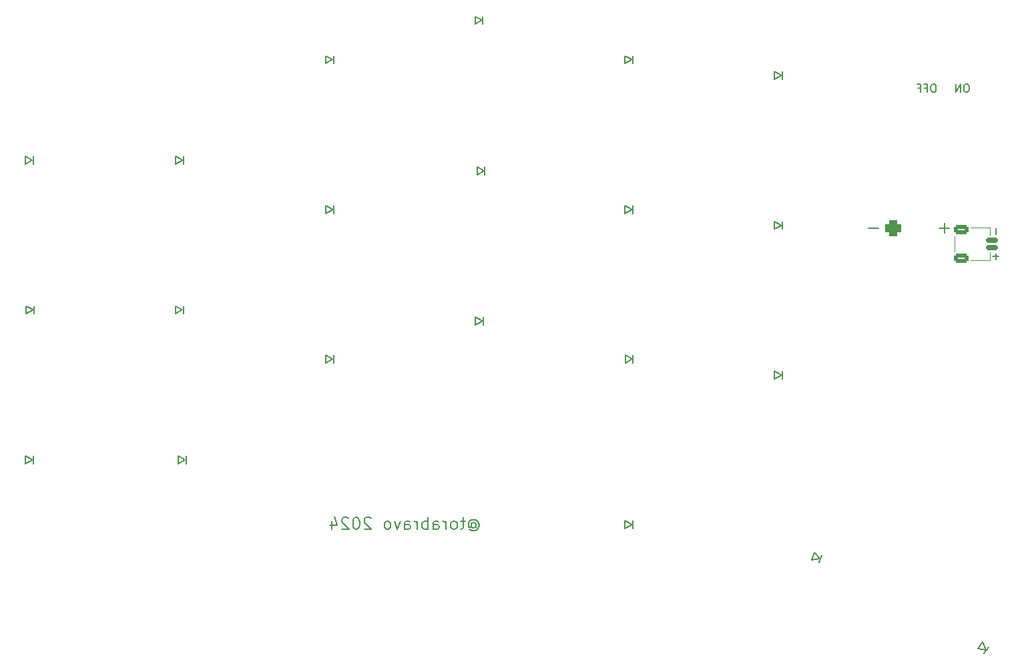
<source format=gbo>
G04 #@! TF.GenerationSoftware,KiCad,Pcbnew,8.0.2-1*
G04 #@! TF.CreationDate,2024-09-12T16:13:46+03:00*
G04 #@! TF.ProjectId,pcb,7063622e-6b69-4636-9164-5f7063625858,rev?*
G04 #@! TF.SameCoordinates,Original*
G04 #@! TF.FileFunction,Legend,Bot*
G04 #@! TF.FilePolarity,Positive*
%FSLAX46Y46*%
G04 Gerber Fmt 4.6, Leading zero omitted, Abs format (unit mm)*
G04 Created by KiCad (PCBNEW 8.0.2-1) date 2024-09-12 16:13:46*
%MOMM*%
%LPD*%
G01*
G04 APERTURE LIST*
G04 Aperture macros list*
%AMRoundRect*
0 Rectangle with rounded corners*
0 $1 Rounding radius*
0 $2 $3 $4 $5 $6 $7 $8 $9 X,Y pos of 4 corners*
0 Add a 4 corners polygon primitive as box body*
4,1,4,$2,$3,$4,$5,$6,$7,$8,$9,$2,$3,0*
0 Add four circle primitives for the rounded corners*
1,1,$1+$1,$2,$3*
1,1,$1+$1,$4,$5*
1,1,$1+$1,$6,$7*
1,1,$1+$1,$8,$9*
0 Add four rect primitives between the rounded corners*
20,1,$1+$1,$2,$3,$4,$5,0*
20,1,$1+$1,$4,$5,$6,$7,0*
20,1,$1+$1,$6,$7,$8,$9,0*
20,1,$1+$1,$8,$9,$2,$3,0*%
%AMRotRect*
0 Rectangle, with rotation*
0 The origin of the aperture is its center*
0 $1 length*
0 $2 width*
0 $3 Rotation angle, in degrees counterclockwise*
0 Add horizontal line*
21,1,$1,$2,0,0,$3*%
%AMOutline5P*
0 Free polygon, 5 corners , with rotation*
0 The origin of the aperture is its center*
0 number of corners: always 5*
0 $1 to $10 corner X, Y*
0 $11 Rotation angle, in degrees counterclockwise*
0 create outline with 5 corners*
4,1,5,$1,$2,$3,$4,$5,$6,$7,$8,$9,$10,$1,$2,$11*%
%AMOutline6P*
0 Free polygon, 6 corners , with rotation*
0 The origin of the aperture is its center*
0 number of corners: always 6*
0 $1 to $12 corner X, Y*
0 $13 Rotation angle, in degrees counterclockwise*
0 create outline with 6 corners*
4,1,6,$1,$2,$3,$4,$5,$6,$7,$8,$9,$10,$11,$12,$1,$2,$13*%
%AMOutline7P*
0 Free polygon, 7 corners , with rotation*
0 The origin of the aperture is its center*
0 number of corners: always 7*
0 $1 to $14 corner X, Y*
0 $15 Rotation angle, in degrees counterclockwise*
0 create outline with 7 corners*
4,1,7,$1,$2,$3,$4,$5,$6,$7,$8,$9,$10,$11,$12,$13,$14,$1,$2,$15*%
%AMOutline8P*
0 Free polygon, 8 corners , with rotation*
0 The origin of the aperture is its center*
0 number of corners: always 8*
0 $1 to $16 corner X, Y*
0 $17 Rotation angle, in degrees counterclockwise*
0 create outline with 8 corners*
4,1,8,$1,$2,$3,$4,$5,$6,$7,$8,$9,$10,$11,$12,$13,$14,$15,$16,$1,$2,$17*%
G04 Aperture macros list end*
%ADD10C,0.187500*%
%ADD11C,0.150000*%
%ADD12C,0.200000*%
%ADD13C,0.120000*%
%ADD14C,4.200000*%
%ADD15C,2.000000*%
%ADD16RoundRect,0.500000X-0.500000X0.500000X-0.500000X-0.500000X0.500000X-0.500000X0.500000X0.500000X0*%
%ADD17R,1.000000X0.800000*%
%ADD18C,0.900000*%
%ADD19R,0.700000X1.280000*%
%ADD20Outline5P,-0.350000X0.640000X0.350000X0.640000X0.350000X-0.640000X-0.070000X-0.640000X-0.350000X-0.360000X180.000000*%
%ADD21RoundRect,0.150000X-0.625000X0.150000X-0.625000X-0.150000X0.625000X-0.150000X0.625000X0.150000X0*%
%ADD22RoundRect,0.250000X-0.650000X0.350000X-0.650000X-0.350000X0.650000X-0.350000X0.650000X0.350000X0*%
%ADD23RotRect,1.425000X1.300000X322.000000*%
%ADD24RotRect,1.425000X1.300000X341.000000*%
%ADD25R,1.425000X1.300000*%
%ADD26C,3.000000*%
%ADD27C,5.100000*%
%ADD28R,2.000000X2.500000*%
%ADD29O,2.750000X1.800000*%
%ADD30C,1.600000*%
%ADD31RotRect,2.000000X2.500000X322.000000*%
%ADD32RotRect,2.000000X2.500000X341.000000*%
G04 APERTURE END LIST*
D10*
X140466209Y-115583362D02*
X140537638Y-115511934D01*
X140537638Y-115511934D02*
X140680495Y-115440505D01*
X140680495Y-115440505D02*
X140823352Y-115440505D01*
X140823352Y-115440505D02*
X140966209Y-115511934D01*
X140966209Y-115511934D02*
X141037638Y-115583362D01*
X141037638Y-115583362D02*
X141109066Y-115726220D01*
X141109066Y-115726220D02*
X141109066Y-115869077D01*
X141109066Y-115869077D02*
X141037638Y-116011934D01*
X141037638Y-116011934D02*
X140966209Y-116083362D01*
X140966209Y-116083362D02*
X140823352Y-116154791D01*
X140823352Y-116154791D02*
X140680495Y-116154791D01*
X140680495Y-116154791D02*
X140537638Y-116083362D01*
X140537638Y-116083362D02*
X140466209Y-116011934D01*
X140466209Y-115440505D02*
X140466209Y-116011934D01*
X140466209Y-116011934D02*
X140394781Y-116083362D01*
X140394781Y-116083362D02*
X140323352Y-116083362D01*
X140323352Y-116083362D02*
X140180495Y-116011934D01*
X140180495Y-116011934D02*
X140109066Y-115869077D01*
X140109066Y-115869077D02*
X140109066Y-115511934D01*
X140109066Y-115511934D02*
X140251924Y-115297648D01*
X140251924Y-115297648D02*
X140466209Y-115154791D01*
X140466209Y-115154791D02*
X140751924Y-115083362D01*
X140751924Y-115083362D02*
X141037638Y-115154791D01*
X141037638Y-115154791D02*
X141251924Y-115297648D01*
X141251924Y-115297648D02*
X141394781Y-115511934D01*
X141394781Y-115511934D02*
X141466209Y-115797648D01*
X141466209Y-115797648D02*
X141394781Y-116083362D01*
X141394781Y-116083362D02*
X141251924Y-116297648D01*
X141251924Y-116297648D02*
X141037638Y-116440505D01*
X141037638Y-116440505D02*
X140751924Y-116511934D01*
X140751924Y-116511934D02*
X140466209Y-116440505D01*
X140466209Y-116440505D02*
X140251924Y-116297648D01*
X139680495Y-115297648D02*
X139109067Y-115297648D01*
X139466210Y-114797648D02*
X139466210Y-116083362D01*
X139466210Y-116083362D02*
X139394781Y-116226220D01*
X139394781Y-116226220D02*
X139251924Y-116297648D01*
X139251924Y-116297648D02*
X139109067Y-116297648D01*
X138394781Y-116297648D02*
X138537638Y-116226220D01*
X138537638Y-116226220D02*
X138609067Y-116154791D01*
X138609067Y-116154791D02*
X138680495Y-116011934D01*
X138680495Y-116011934D02*
X138680495Y-115583362D01*
X138680495Y-115583362D02*
X138609067Y-115440505D01*
X138609067Y-115440505D02*
X138537638Y-115369077D01*
X138537638Y-115369077D02*
X138394781Y-115297648D01*
X138394781Y-115297648D02*
X138180495Y-115297648D01*
X138180495Y-115297648D02*
X138037638Y-115369077D01*
X138037638Y-115369077D02*
X137966210Y-115440505D01*
X137966210Y-115440505D02*
X137894781Y-115583362D01*
X137894781Y-115583362D02*
X137894781Y-116011934D01*
X137894781Y-116011934D02*
X137966210Y-116154791D01*
X137966210Y-116154791D02*
X138037638Y-116226220D01*
X138037638Y-116226220D02*
X138180495Y-116297648D01*
X138180495Y-116297648D02*
X138394781Y-116297648D01*
X137251924Y-116297648D02*
X137251924Y-115297648D01*
X137251924Y-115583362D02*
X137180495Y-115440505D01*
X137180495Y-115440505D02*
X137109067Y-115369077D01*
X137109067Y-115369077D02*
X136966209Y-115297648D01*
X136966209Y-115297648D02*
X136823352Y-115297648D01*
X135680496Y-116297648D02*
X135680496Y-115511934D01*
X135680496Y-115511934D02*
X135751924Y-115369077D01*
X135751924Y-115369077D02*
X135894781Y-115297648D01*
X135894781Y-115297648D02*
X136180496Y-115297648D01*
X136180496Y-115297648D02*
X136323353Y-115369077D01*
X135680496Y-116226220D02*
X135823353Y-116297648D01*
X135823353Y-116297648D02*
X136180496Y-116297648D01*
X136180496Y-116297648D02*
X136323353Y-116226220D01*
X136323353Y-116226220D02*
X136394781Y-116083362D01*
X136394781Y-116083362D02*
X136394781Y-115940505D01*
X136394781Y-115940505D02*
X136323353Y-115797648D01*
X136323353Y-115797648D02*
X136180496Y-115726220D01*
X136180496Y-115726220D02*
X135823353Y-115726220D01*
X135823353Y-115726220D02*
X135680496Y-115654791D01*
X134966210Y-116297648D02*
X134966210Y-114797648D01*
X134966210Y-115369077D02*
X134823353Y-115297648D01*
X134823353Y-115297648D02*
X134537638Y-115297648D01*
X134537638Y-115297648D02*
X134394781Y-115369077D01*
X134394781Y-115369077D02*
X134323353Y-115440505D01*
X134323353Y-115440505D02*
X134251924Y-115583362D01*
X134251924Y-115583362D02*
X134251924Y-116011934D01*
X134251924Y-116011934D02*
X134323353Y-116154791D01*
X134323353Y-116154791D02*
X134394781Y-116226220D01*
X134394781Y-116226220D02*
X134537638Y-116297648D01*
X134537638Y-116297648D02*
X134823353Y-116297648D01*
X134823353Y-116297648D02*
X134966210Y-116226220D01*
X133609067Y-116297648D02*
X133609067Y-115297648D01*
X133609067Y-115583362D02*
X133537638Y-115440505D01*
X133537638Y-115440505D02*
X133466210Y-115369077D01*
X133466210Y-115369077D02*
X133323352Y-115297648D01*
X133323352Y-115297648D02*
X133180495Y-115297648D01*
X132037639Y-116297648D02*
X132037639Y-115511934D01*
X132037639Y-115511934D02*
X132109067Y-115369077D01*
X132109067Y-115369077D02*
X132251924Y-115297648D01*
X132251924Y-115297648D02*
X132537639Y-115297648D01*
X132537639Y-115297648D02*
X132680496Y-115369077D01*
X132037639Y-116226220D02*
X132180496Y-116297648D01*
X132180496Y-116297648D02*
X132537639Y-116297648D01*
X132537639Y-116297648D02*
X132680496Y-116226220D01*
X132680496Y-116226220D02*
X132751924Y-116083362D01*
X132751924Y-116083362D02*
X132751924Y-115940505D01*
X132751924Y-115940505D02*
X132680496Y-115797648D01*
X132680496Y-115797648D02*
X132537639Y-115726220D01*
X132537639Y-115726220D02*
X132180496Y-115726220D01*
X132180496Y-115726220D02*
X132037639Y-115654791D01*
X131466210Y-115297648D02*
X131109067Y-116297648D01*
X131109067Y-116297648D02*
X130751924Y-115297648D01*
X129966210Y-116297648D02*
X130109067Y-116226220D01*
X130109067Y-116226220D02*
X130180496Y-116154791D01*
X130180496Y-116154791D02*
X130251924Y-116011934D01*
X130251924Y-116011934D02*
X130251924Y-115583362D01*
X130251924Y-115583362D02*
X130180496Y-115440505D01*
X130180496Y-115440505D02*
X130109067Y-115369077D01*
X130109067Y-115369077D02*
X129966210Y-115297648D01*
X129966210Y-115297648D02*
X129751924Y-115297648D01*
X129751924Y-115297648D02*
X129609067Y-115369077D01*
X129609067Y-115369077D02*
X129537639Y-115440505D01*
X129537639Y-115440505D02*
X129466210Y-115583362D01*
X129466210Y-115583362D02*
X129466210Y-116011934D01*
X129466210Y-116011934D02*
X129537639Y-116154791D01*
X129537639Y-116154791D02*
X129609067Y-116226220D01*
X129609067Y-116226220D02*
X129751924Y-116297648D01*
X129751924Y-116297648D02*
X129966210Y-116297648D01*
X127751924Y-114940505D02*
X127680496Y-114869077D01*
X127680496Y-114869077D02*
X127537639Y-114797648D01*
X127537639Y-114797648D02*
X127180496Y-114797648D01*
X127180496Y-114797648D02*
X127037639Y-114869077D01*
X127037639Y-114869077D02*
X126966210Y-114940505D01*
X126966210Y-114940505D02*
X126894781Y-115083362D01*
X126894781Y-115083362D02*
X126894781Y-115226220D01*
X126894781Y-115226220D02*
X126966210Y-115440505D01*
X126966210Y-115440505D02*
X127823353Y-116297648D01*
X127823353Y-116297648D02*
X126894781Y-116297648D01*
X125966210Y-114797648D02*
X125823353Y-114797648D01*
X125823353Y-114797648D02*
X125680496Y-114869077D01*
X125680496Y-114869077D02*
X125609068Y-114940505D01*
X125609068Y-114940505D02*
X125537639Y-115083362D01*
X125537639Y-115083362D02*
X125466210Y-115369077D01*
X125466210Y-115369077D02*
X125466210Y-115726220D01*
X125466210Y-115726220D02*
X125537639Y-116011934D01*
X125537639Y-116011934D02*
X125609068Y-116154791D01*
X125609068Y-116154791D02*
X125680496Y-116226220D01*
X125680496Y-116226220D02*
X125823353Y-116297648D01*
X125823353Y-116297648D02*
X125966210Y-116297648D01*
X125966210Y-116297648D02*
X126109068Y-116226220D01*
X126109068Y-116226220D02*
X126180496Y-116154791D01*
X126180496Y-116154791D02*
X126251925Y-116011934D01*
X126251925Y-116011934D02*
X126323353Y-115726220D01*
X126323353Y-115726220D02*
X126323353Y-115369077D01*
X126323353Y-115369077D02*
X126251925Y-115083362D01*
X126251925Y-115083362D02*
X126180496Y-114940505D01*
X126180496Y-114940505D02*
X126109068Y-114869077D01*
X126109068Y-114869077D02*
X125966210Y-114797648D01*
X124894782Y-114940505D02*
X124823354Y-114869077D01*
X124823354Y-114869077D02*
X124680497Y-114797648D01*
X124680497Y-114797648D02*
X124323354Y-114797648D01*
X124323354Y-114797648D02*
X124180497Y-114869077D01*
X124180497Y-114869077D02*
X124109068Y-114940505D01*
X124109068Y-114940505D02*
X124037639Y-115083362D01*
X124037639Y-115083362D02*
X124037639Y-115226220D01*
X124037639Y-115226220D02*
X124109068Y-115440505D01*
X124109068Y-115440505D02*
X124966211Y-116297648D01*
X124966211Y-116297648D02*
X124037639Y-116297648D01*
X122751926Y-115297648D02*
X122751926Y-116297648D01*
X123109068Y-114726220D02*
X123466211Y-115797648D01*
X123466211Y-115797648D02*
X122537640Y-115797648D01*
D11*
X203369047Y-59840865D02*
X203178571Y-59840865D01*
X203178571Y-59840865D02*
X203083333Y-59888484D01*
X203083333Y-59888484D02*
X202988095Y-59983722D01*
X202988095Y-59983722D02*
X202940476Y-60174198D01*
X202940476Y-60174198D02*
X202940476Y-60507531D01*
X202940476Y-60507531D02*
X202988095Y-60698007D01*
X202988095Y-60698007D02*
X203083333Y-60793246D01*
X203083333Y-60793246D02*
X203178571Y-60840865D01*
X203178571Y-60840865D02*
X203369047Y-60840865D01*
X203369047Y-60840865D02*
X203464285Y-60793246D01*
X203464285Y-60793246D02*
X203559523Y-60698007D01*
X203559523Y-60698007D02*
X203607142Y-60507531D01*
X203607142Y-60507531D02*
X203607142Y-60174198D01*
X203607142Y-60174198D02*
X203559523Y-59983722D01*
X203559523Y-59983722D02*
X203464285Y-59888484D01*
X203464285Y-59888484D02*
X203369047Y-59840865D01*
X202511904Y-60840865D02*
X202511904Y-59840865D01*
X202511904Y-59840865D02*
X201940476Y-60840865D01*
X201940476Y-60840865D02*
X201940476Y-59840865D01*
X199202380Y-59840865D02*
X199011904Y-59840865D01*
X199011904Y-59840865D02*
X198916666Y-59888484D01*
X198916666Y-59888484D02*
X198821428Y-59983722D01*
X198821428Y-59983722D02*
X198773809Y-60174198D01*
X198773809Y-60174198D02*
X198773809Y-60507531D01*
X198773809Y-60507531D02*
X198821428Y-60698007D01*
X198821428Y-60698007D02*
X198916666Y-60793246D01*
X198916666Y-60793246D02*
X199011904Y-60840865D01*
X199011904Y-60840865D02*
X199202380Y-60840865D01*
X199202380Y-60840865D02*
X199297618Y-60793246D01*
X199297618Y-60793246D02*
X199392856Y-60698007D01*
X199392856Y-60698007D02*
X199440475Y-60507531D01*
X199440475Y-60507531D02*
X199440475Y-60174198D01*
X199440475Y-60174198D02*
X199392856Y-59983722D01*
X199392856Y-59983722D02*
X199297618Y-59888484D01*
X199297618Y-59888484D02*
X199202380Y-59840865D01*
X198011904Y-60317055D02*
X198345237Y-60317055D01*
X198345237Y-60840865D02*
X198345237Y-59840865D01*
X198345237Y-59840865D02*
X197869047Y-59840865D01*
X197154761Y-60317055D02*
X197488094Y-60317055D01*
X197488094Y-60840865D02*
X197488094Y-59840865D01*
X197488094Y-59840865D02*
X197011904Y-59840865D01*
D12*
X201135000Y-78115970D02*
X199865000Y-78115970D01*
X200500000Y-78750970D02*
X200500000Y-77480970D01*
X192135000Y-78115970D02*
X190865000Y-78115970D01*
D13*
X206285000Y-78005970D02*
X206285000Y-79055970D01*
X203785000Y-78005970D02*
X206285000Y-78005970D01*
D12*
X207000000Y-78915970D02*
X207000000Y-78115970D01*
D13*
X201815000Y-81055970D02*
X201815000Y-79175970D01*
D12*
X207400000Y-81715970D02*
X206600000Y-81715970D01*
X207000000Y-82115970D02*
X207000000Y-81315970D01*
D13*
X206285000Y-82225970D02*
X206285000Y-81175970D01*
X203785000Y-82225970D02*
X206285000Y-82225970D01*
D12*
X205494744Y-132043301D02*
X206110405Y-131255290D01*
X205322394Y-130639629D02*
X205723773Y-131587730D01*
X204706733Y-131427640D02*
X205322394Y-130639629D01*
X205723773Y-131587730D02*
X204706733Y-131427640D01*
X184619861Y-120544560D02*
X184945429Y-119599042D01*
X183999911Y-119273474D02*
X184688093Y-120039244D01*
X183674343Y-120218992D02*
X183999911Y-119273474D01*
X184688093Y-120039244D02*
X183674343Y-120218992D01*
X179962500Y-97240970D02*
X179962500Y-96240970D01*
X178962500Y-96240970D02*
X179862500Y-96740970D01*
X178962500Y-97240970D02*
X178962500Y-96240970D01*
X179862500Y-96740970D02*
X178962500Y-97240970D01*
X160962500Y-116240970D02*
X160962500Y-115240970D01*
X159962500Y-115240970D02*
X160862500Y-115740970D01*
X159962500Y-116240970D02*
X159962500Y-115240970D01*
X160862500Y-115740970D02*
X159962500Y-116240970D01*
X104000000Y-69990970D02*
X104000000Y-68990970D01*
X103000000Y-68990970D02*
X103900000Y-69490970D01*
X103000000Y-69990970D02*
X103000000Y-68990970D01*
X103900000Y-69490970D02*
X103000000Y-69990970D01*
X103962500Y-88990970D02*
X103962500Y-87990970D01*
X102962500Y-87990970D02*
X103862500Y-88490970D01*
X102962500Y-88990970D02*
X102962500Y-87990970D01*
X103862500Y-88490970D02*
X102962500Y-88990970D01*
X161000000Y-95240970D02*
X161000000Y-94240970D01*
X160000000Y-94240970D02*
X160900000Y-94740970D01*
X160000000Y-95240970D02*
X160000000Y-94240970D01*
X160900000Y-94740970D02*
X160000000Y-95240970D01*
X179962500Y-59240970D02*
X179962500Y-58240970D01*
X178962500Y-58240970D02*
X179862500Y-58740970D01*
X178962500Y-59240970D02*
X178962500Y-58240970D01*
X179862500Y-58740970D02*
X178962500Y-59240970D01*
X85000000Y-88990970D02*
X85000000Y-87990970D01*
X84000000Y-87990970D02*
X84900000Y-88490970D01*
X84000000Y-88990970D02*
X84000000Y-87990970D01*
X84900000Y-88490970D02*
X84000000Y-88990970D01*
X179962500Y-78240970D02*
X179962500Y-77240970D01*
X178962500Y-77240970D02*
X179862500Y-77740970D01*
X178962500Y-78240970D02*
X178962500Y-77240970D01*
X179862500Y-77740970D02*
X178962500Y-78240970D01*
X141962500Y-52240970D02*
X141962500Y-51240970D01*
X140962500Y-51240970D02*
X141862500Y-51740970D01*
X140962500Y-52240970D02*
X140962500Y-51240970D01*
X141862500Y-51740970D02*
X140962500Y-52240970D01*
X142212500Y-71365970D02*
X142212500Y-70365970D01*
X141212500Y-70365970D02*
X142112500Y-70865970D01*
X141212500Y-71365970D02*
X141212500Y-70365970D01*
X142112500Y-70865970D02*
X141212500Y-71365970D01*
X160962500Y-57240970D02*
X160962500Y-56240970D01*
X159962500Y-56240970D02*
X160862500Y-56740970D01*
X159962500Y-57240970D02*
X159962500Y-56240970D01*
X160862500Y-56740970D02*
X159962500Y-57240970D01*
X123000000Y-57240970D02*
X123000000Y-56240970D01*
X122000000Y-56240970D02*
X122900000Y-56740970D01*
X122000000Y-57240970D02*
X122000000Y-56240970D01*
X122900000Y-56740970D02*
X122000000Y-57240970D01*
X84962500Y-107990970D02*
X84962500Y-106990970D01*
X83962500Y-106990970D02*
X84862500Y-107490970D01*
X83962500Y-107990970D02*
X83962500Y-106990970D01*
X84862500Y-107490970D02*
X83962500Y-107990970D01*
X160962500Y-76240970D02*
X160962500Y-75240970D01*
X159962500Y-75240970D02*
X160862500Y-75740970D01*
X159962500Y-76240970D02*
X159962500Y-75240970D01*
X160862500Y-75740970D02*
X159962500Y-76240970D01*
X123037500Y-76240970D02*
X123037500Y-75240970D01*
X122037500Y-75240970D02*
X122937500Y-75740970D01*
X122037500Y-76240970D02*
X122037500Y-75240970D01*
X122937500Y-75740970D02*
X122037500Y-76240970D01*
X123000000Y-95240970D02*
X123000000Y-94240970D01*
X122000000Y-94240970D02*
X122900000Y-94740970D01*
X122000000Y-95240970D02*
X122000000Y-94240970D01*
X122900000Y-94740970D02*
X122000000Y-95240970D01*
X104287500Y-107990970D02*
X104287500Y-106990970D01*
X103287500Y-106990970D02*
X104187500Y-107490970D01*
X103287500Y-107990970D02*
X103287500Y-106990970D01*
X104187500Y-107490970D02*
X103287500Y-107990970D01*
X84900000Y-69990970D02*
X84900000Y-68990970D01*
X83900000Y-68990970D02*
X84800000Y-69490970D01*
X83900000Y-69990970D02*
X83900000Y-68990970D01*
X84800000Y-69490970D02*
X83900000Y-69990970D01*
X142000000Y-90365970D02*
X142000000Y-89365970D01*
X141000000Y-89365970D02*
X141900000Y-89865970D01*
X141000000Y-90365970D02*
X141000000Y-89365970D01*
X141900000Y-89865970D02*
X141000000Y-90365970D01*
%LPC*%
D14*
X141500000Y-67000000D03*
X141500000Y-112000000D03*
D15*
X198000000Y-78115970D03*
D16*
X194000000Y-78115970D03*
D17*
X204150000Y-55776046D03*
X204150000Y-57996046D03*
D18*
X202000000Y-56886046D03*
X199000000Y-56886046D03*
D17*
X196850000Y-55776046D03*
X196850000Y-57996046D03*
D19*
X202750000Y-58756046D03*
D20*
X201250000Y-58756046D03*
D19*
X198250000Y-58756046D03*
D21*
X206500000Y-80615970D03*
X206500000Y-79615970D03*
D22*
X202625000Y-78315970D03*
X202625000Y-81915970D03*
D23*
X206817138Y-132441960D03*
X204000000Y-130240970D03*
D24*
X186000000Y-120490970D03*
X182619772Y-119327064D03*
D25*
X181250000Y-96740970D03*
X177675000Y-96740970D03*
X162250000Y-115740970D03*
X158675000Y-115740970D03*
X105287500Y-69490970D03*
X101712500Y-69490970D03*
X105250000Y-88490970D03*
X101675000Y-88490970D03*
X162287500Y-94740970D03*
X158712500Y-94740970D03*
X181250000Y-58740970D03*
X177675000Y-58740970D03*
X86287500Y-88490970D03*
X82712500Y-88490970D03*
X181250000Y-77740970D03*
X177675000Y-77740970D03*
X143250000Y-51740970D03*
X139675000Y-51740970D03*
X143500000Y-70865970D03*
X139925000Y-70865970D03*
X162250000Y-56740970D03*
X158675000Y-56740970D03*
X124287500Y-56740970D03*
X120712500Y-56740970D03*
X86250000Y-107490970D03*
X82675000Y-107490970D03*
X162250000Y-75740970D03*
X158675000Y-75740970D03*
X124325000Y-75740970D03*
X120750000Y-75740970D03*
X124287500Y-94740970D03*
X120712500Y-94740970D03*
X105575000Y-107490970D03*
X102000000Y-107490970D03*
X86187500Y-69490970D03*
X82612500Y-69490970D03*
X143287500Y-89865970D03*
X139712500Y-89865970D03*
D26*
X80100000Y-80200000D03*
X81900000Y-81250000D03*
D27*
X84500000Y-75500000D03*
D26*
X87100000Y-81250000D03*
X88900000Y-80200000D03*
D28*
X76500000Y-80200000D03*
X90700000Y-81250000D03*
D26*
X118100000Y-67200000D03*
X119900000Y-68250000D03*
D27*
X122500000Y-62500000D03*
D26*
X125100000Y-68250000D03*
X126900000Y-67200000D03*
D28*
X114500000Y-67200000D03*
X128700000Y-68250000D03*
D26*
X118100000Y-86200000D03*
X119900000Y-87250000D03*
D27*
X122500000Y-81500000D03*
D26*
X125100000Y-87250000D03*
X126900000Y-86200000D03*
D28*
X114500000Y-86200000D03*
X128700000Y-87250000D03*
D14*
X94000000Y-112000000D03*
X94000000Y-72000000D03*
D26*
X99100000Y-80200000D03*
X100900000Y-81250000D03*
D27*
X103500000Y-75500000D03*
D26*
X106100000Y-81250000D03*
X107900000Y-80200000D03*
D28*
X95500000Y-80200000D03*
X109700000Y-81250000D03*
D14*
X197400000Y-121090970D03*
D26*
X80100000Y-99190970D03*
X81900000Y-100240970D03*
D27*
X84500000Y-94490970D03*
D26*
X87100000Y-100240970D03*
X88900000Y-99190970D03*
D28*
X76500000Y-99190970D03*
X90700000Y-100240970D03*
D29*
X208594960Y-58496046D03*
X208594960Y-61036046D03*
X208594960Y-63576046D03*
X208594960Y-66116046D03*
X208594960Y-68656046D03*
X208594960Y-71196046D03*
X208594960Y-73736046D03*
X192405040Y-73736046D03*
X192405040Y-71196046D03*
X192405040Y-68656046D03*
X192405040Y-66116046D03*
X192405040Y-63576046D03*
X192405040Y-61036046D03*
X192405040Y-58496046D03*
D30*
X196055000Y-65799046D03*
X204945000Y-65799046D03*
X196055000Y-63894046D03*
X204945000Y-63894046D03*
D28*
X185700000Y-70250000D03*
X171500000Y-69200000D03*
D26*
X183900000Y-69200000D03*
X182100000Y-70250000D03*
D27*
X179500000Y-64500000D03*
D26*
X176900000Y-70250000D03*
X175100000Y-69200000D03*
X156100000Y-105200000D03*
X157900000Y-106250000D03*
D27*
X160500000Y-100500000D03*
D26*
X163100000Y-106250000D03*
X164900000Y-105200000D03*
D28*
X152500000Y-105200000D03*
X166700000Y-106250000D03*
D26*
X156100000Y-86200000D03*
X157900000Y-87250000D03*
D27*
X160500000Y-81500000D03*
D26*
X163100000Y-87250000D03*
X164900000Y-86200000D03*
D28*
X152500000Y-86200000D03*
X166700000Y-87250000D03*
X109700000Y-100240970D03*
X95500000Y-99190970D03*
D26*
X107900000Y-99190970D03*
X106100000Y-100240970D03*
D27*
X103500000Y-94490970D03*
D26*
X100900000Y-100240970D03*
X99100000Y-99190970D03*
D28*
X147700000Y-63240970D03*
X133500000Y-62190970D03*
D26*
X145900000Y-62190970D03*
X144100000Y-63240970D03*
D27*
X141500000Y-57490970D03*
D26*
X138900000Y-63240970D03*
X137100000Y-62190970D03*
D28*
X166700000Y-127240970D03*
X152500000Y-126190970D03*
D26*
X164900000Y-126190970D03*
X163100000Y-127240970D03*
D27*
X160500000Y-121490970D03*
D26*
X157900000Y-127240970D03*
X156100000Y-126190970D03*
X137100000Y-100200000D03*
X138900000Y-101250000D03*
D27*
X141500000Y-95500000D03*
D26*
X144100000Y-101250000D03*
X145900000Y-100200000D03*
D28*
X133500000Y-100200000D03*
X147700000Y-101250000D03*
D26*
X99100000Y-118200000D03*
X100900000Y-119250000D03*
D27*
X103500000Y-113500000D03*
D26*
X106100000Y-119250000D03*
X107900000Y-118200000D03*
D28*
X95500000Y-118200000D03*
X109700000Y-119250000D03*
D26*
X80100000Y-118190970D03*
X81900000Y-119240970D03*
D27*
X84500000Y-113490970D03*
D26*
X87100000Y-119240970D03*
X88900000Y-118190970D03*
D28*
X76500000Y-118190970D03*
X90700000Y-119240970D03*
D26*
X137100000Y-81190970D03*
X138900000Y-82240970D03*
D27*
X141500000Y-76490970D03*
D26*
X144100000Y-82240970D03*
X145900000Y-81190970D03*
D28*
X133500000Y-81190970D03*
X147700000Y-82240970D03*
D26*
X175100000Y-88200000D03*
X176900000Y-89250000D03*
D27*
X179500000Y-83500000D03*
D26*
X182100000Y-89250000D03*
X183900000Y-88200000D03*
D28*
X171500000Y-88200000D03*
X185700000Y-89250000D03*
D26*
X118100000Y-105200000D03*
X119900000Y-106250000D03*
D27*
X122500000Y-100500000D03*
D26*
X125100000Y-106250000D03*
X126900000Y-105200000D03*
D28*
X114500000Y-105200000D03*
X128700000Y-106250000D03*
D26*
X195706282Y-136936700D03*
X196478257Y-138872302D03*
D27*
X202067138Y-135941960D03*
D26*
X200575912Y-142073742D03*
X202640777Y-142354521D03*
D31*
X192869443Y-134720318D03*
X203412752Y-144290123D03*
D26*
X176809548Y-128252408D03*
X178169634Y-129831225D03*
D27*
X182500000Y-125240970D03*
D26*
X183086332Y-131524179D03*
X185130111Y-131117407D03*
D32*
X173405681Y-127080362D03*
X186490199Y-132696225D03*
D28*
X185700000Y-108250000D03*
X171500000Y-107200000D03*
D26*
X183900000Y-107200000D03*
X182100000Y-108250000D03*
D27*
X179500000Y-102500000D03*
D26*
X176900000Y-108250000D03*
X175100000Y-107200000D03*
X156100000Y-67200000D03*
X157900000Y-68250000D03*
D27*
X160500000Y-62500000D03*
D26*
X163100000Y-68250000D03*
X164900000Y-67200000D03*
D28*
X152500000Y-67200000D03*
X166700000Y-68250000D03*
D14*
X184400000Y-73890970D03*
%LPD*%
M02*

</source>
